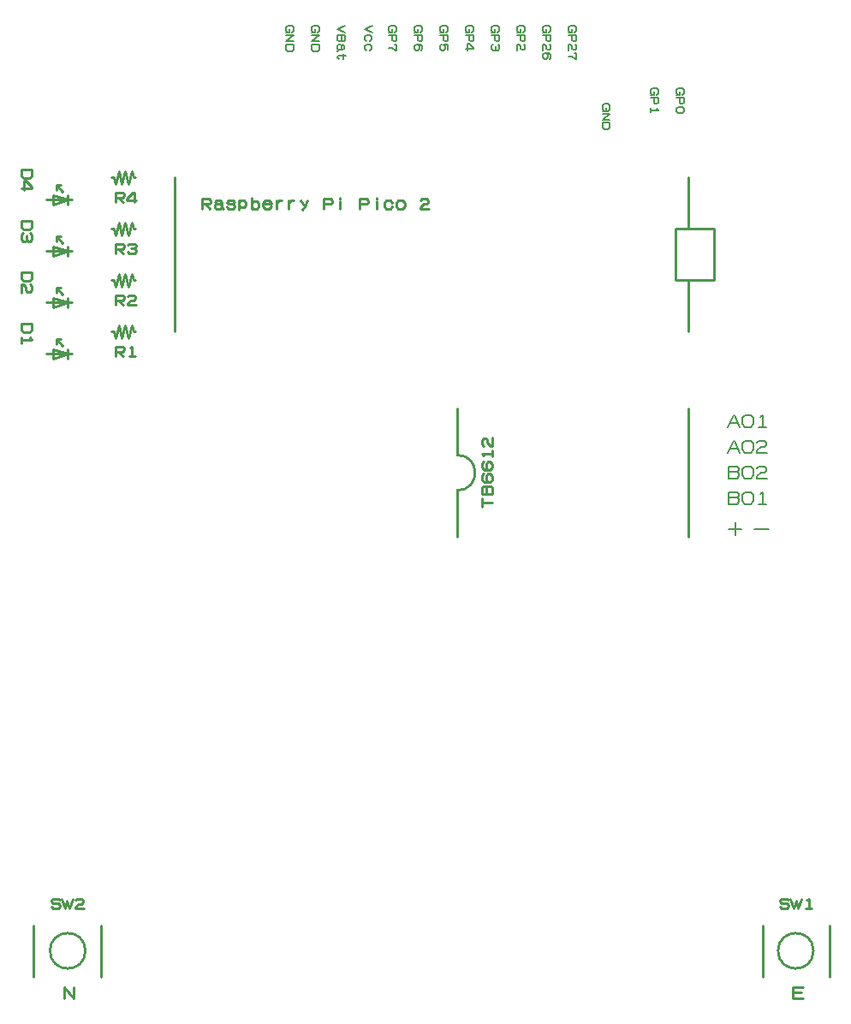
<source format=gto>
G71*G90*G75*D02*
%ASAXBY*OFA0B0*MOMM*FSLAX44Y44*IPPOS*%
%ADD12C,0.200*%
%ADD13C,0.250*%
%ADD25C,0.175*%
G54D13*
G01X1208250Y959510D02*
X1216125D01*
X1217875Y964760D02*
X1208250D01*
Y953385D01*
X1217875D01*
X487530D02*
Y964750D01*
X497155Y953375D01*
Y964750D01*
X508400Y1000400D02*
G02X473400Y1000400I-17500J0D01*
X508400Y1000400I17500J0D01*
G01X1228400D02*
G02X1193400Y1000400I-17500J0D01*
X1228400Y1000400I17500J0D01*
G01X1177930Y1025530D02*
Y974730D01*
X1244600Y1025530D02*
Y974730D01*
X457200Y1025530D02*
Y974730D01*
X523880D02*
Y1025530D01*
X876300Y1455700D02*
G03X876300Y1490700I0J17500D01*
G01Y1536700D01*
Y1409700D02*
Y1455700D01*
X1104900Y1536700D02*
Y1409700D01*
G54D12*
X1144750Y1448450D02*
X1152625D01*
X1154375Y1450200D01*
Y1451950D01*
X1152625Y1453700D01*
X1144750D01*
Y1442325D01*
X1152625D01*
X1154375Y1444075D01*
Y1446700D01*
X1152625Y1448450D01*
X1160500Y1442325D02*
X1157875Y1444950D01*
Y1451075D01*
X1160500Y1453700D01*
X1166625D01*
X1169250Y1451075D01*
Y1444950D01*
X1166625Y1442325D01*
X1160500D01*
X1174500D02*
X1181500D01*
X1178000D02*
Y1453700D01*
X1175375Y1451950D01*
X1144750Y1473850D02*
X1152625D01*
X1154375Y1475600D01*
Y1477350D01*
X1152625Y1479100D01*
X1144750D01*
Y1467725D01*
X1152625D01*
X1154375Y1469475D01*
Y1472100D01*
X1152625Y1473850D01*
X1160500Y1467725D02*
X1157875Y1470350D01*
Y1476475D01*
X1160500Y1479100D01*
X1166625D01*
X1169250Y1476475D01*
Y1470350D01*
X1166625Y1467725D01*
X1160500D01*
X1172750Y1477350D02*
X1174500Y1479100D01*
X1179750D01*
X1181500Y1477350D01*
Y1474725D01*
X1179750Y1472975D01*
X1176250D01*
X1172750Y1469475D01*
Y1467725D01*
X1182375D01*
X1153500Y1496625D02*
X1145625D01*
X1143875Y1493125D02*
X1149125Y1504500D01*
X1150000D01*
X1155250Y1493125D01*
X1160500D02*
X1157875Y1495750D01*
Y1501875D01*
X1160500Y1504500D01*
X1166625D01*
X1169250Y1501875D01*
Y1495750D01*
X1166625Y1493125D01*
X1160500D01*
X1172750Y1502750D02*
X1174500Y1504500D01*
X1179750D01*
X1181500Y1502750D01*
Y1500125D01*
X1179750Y1498375D01*
X1176250D01*
X1172750Y1494875D01*
Y1493125D01*
X1182375D01*
X1153500Y1522025D02*
X1145625D01*
X1143875Y1518525D02*
X1149125Y1529900D01*
X1150000D01*
X1155250Y1518525D01*
X1160500D02*
X1157875Y1521150D01*
Y1527275D01*
X1160500Y1529900D01*
X1166625D01*
X1169250Y1527275D01*
Y1521150D01*
X1166625Y1518525D01*
X1160500D01*
X1174500D02*
X1181500D01*
X1178000D02*
Y1529900D01*
X1175375Y1528150D01*
X1150940Y1411290D02*
Y1423990D01*
X1157290Y1417640D02*
X1144590D01*
X1170000D02*
X1184280D01*
G54D13*
X596900Y1765300D02*
Y1612900D01*
X1092200Y1714500D02*
X1130300D01*
Y1663700D01*
X1092200D01*
Y1714500D01*
X1104900D02*
Y1765300D01*
Y1663700D02*
Y1612900D01*
X1195300Y1043650D02*
X1196800Y1042150D01*
X1202050D01*
X1203550Y1043650D01*
Y1045900D01*
X1202050Y1047400D01*
X1196800D01*
X1195300Y1048900D01*
Y1050400D01*
X1196800Y1051900D01*
X1202050D01*
X1203550Y1050400D01*
X1205800Y1051900D02*
X1208800Y1042150D01*
X1211050Y1049650D01*
X1213300Y1042150D01*
X1216300Y1051900D01*
X1220800Y1042150D02*
X1226800D01*
X1223800D02*
Y1051900D01*
X1221550Y1050400D01*
X474580Y1043650D02*
X476080Y1042150D01*
X481330D01*
X482830Y1043650D01*
Y1045900D01*
X481330Y1047400D01*
X476080D01*
X474580Y1048900D01*
Y1050400D01*
X476080Y1051900D01*
X481330D01*
X482830Y1050400D01*
X485080Y1051900D02*
X488080Y1042150D01*
X490330Y1049650D01*
X492580Y1042150D01*
X495580Y1051900D01*
X498580Y1050400D02*
X500080Y1051900D01*
X504580D01*
X506080Y1050400D01*
Y1048150D01*
X504580Y1046650D01*
X501580D01*
X498580Y1043650D01*
Y1042150D01*
X506830D01*
X910480Y1443530D02*
X900730D01*
Y1439030D02*
Y1448030D01*
X905230Y1451780D02*
Y1458530D01*
X903730Y1460030D01*
X902230D01*
X900730Y1458530D01*
Y1451780D01*
X910480D01*
Y1458530D01*
X908980Y1460030D01*
X906730D01*
X905230Y1458530D01*
X906730Y1463780D02*
X904480Y1466030D01*
Y1469780D01*
X906730Y1472030D01*
X908230D01*
X910480Y1469780D01*
Y1466030D01*
X908230Y1463780D01*
X902980D01*
X900730Y1466030D01*
Y1470530D01*
X902230Y1472030D01*
X906730Y1475780D02*
X904480Y1478030D01*
Y1481780D01*
X906730Y1484030D01*
X908230D01*
X910480Y1481780D01*
Y1478030D01*
X908230Y1475780D01*
X902980D01*
X900730Y1478030D01*
Y1482530D01*
X902230Y1484030D01*
X910480Y1489280D02*
Y1495280D01*
Y1492280D02*
X900730D01*
X902230Y1490030D01*
Y1499780D02*
X900730Y1501280D01*
Y1505780D01*
X902230Y1507280D01*
X904480D01*
X905980Y1505780D01*
Y1502780D01*
X908980Y1499780D01*
X910480D01*
Y1508030D01*
X623800Y1734300D02*
Y1744050D01*
X630550D01*
X632050Y1742550D01*
Y1740300D01*
X630550Y1738800D01*
X623800D01*
X626800D02*
X631300Y1734300D01*
X636550Y1741050D02*
X638050Y1742550D01*
X641800D01*
X643300Y1741050D01*
Y1735800D01*
X644800Y1734300D02*
X643300Y1735800D01*
X641800Y1734300D01*
X637675D01*
X636175Y1735800D01*
Y1737675D01*
X637675Y1739175D01*
X641800D01*
X643300Y1737675D01*
X648550Y1736550D02*
Y1735800D01*
X650050Y1734300D01*
X654550D01*
X656050Y1735800D01*
Y1737300D01*
X654550Y1738800D01*
X649675D01*
X648550Y1739925D01*
Y1741050D01*
X650050Y1742550D01*
X654175D01*
X655675Y1741050D01*
X659800Y1733550D02*
Y1742550D01*
Y1740300D02*
X662050Y1742550D01*
X665050D01*
X667300Y1740300D01*
Y1737675D01*
X665050Y1735425D01*
X662050D01*
X659800Y1737675D01*
X672550Y1734300D02*
Y1744800D01*
Y1739550D02*
X674800Y1741800D01*
X677800D01*
X680050Y1739550D01*
Y1736550D01*
X677800Y1734300D01*
X674800D01*
X672550Y1736550D01*
X683800Y1738800D02*
X692050D01*
Y1740300D01*
X689800Y1742550D01*
X686050D01*
X683800Y1740300D01*
Y1736550D01*
X686050Y1734300D01*
X689800D01*
X692050Y1736550D01*
X697300Y1734300D02*
Y1742550D01*
Y1740300D02*
X699550Y1742550D01*
X702550D01*
X709300Y1734300D02*
Y1742550D01*
Y1740300D02*
X711550Y1742550D01*
X714550D01*
X722425Y1733550D02*
X725050Y1736925D01*
X728050Y1742550D01*
X720925Y1742175D02*
X725050Y1736925D01*
X743800Y1734300D02*
Y1744050D01*
X750550D01*
X752050Y1742550D01*
Y1740300D01*
X750550Y1738800D01*
X743800D01*
X760300Y1734300D02*
Y1741800D01*
Y1743300D02*
Y1744800D01*
X779800Y1734300D02*
Y1744050D01*
X786550D01*
X788050Y1742550D01*
Y1740300D01*
X786550Y1738800D01*
X779800D01*
X796300Y1734300D02*
Y1741800D01*
Y1743300D02*
Y1744800D01*
X812050Y1736550D02*
X809800Y1734300D01*
X806050D01*
X803800Y1736550D01*
Y1740300D01*
X806050Y1742550D01*
X809800D01*
X812050Y1740300D01*
X815800Y1736550D02*
Y1740300D01*
X818050Y1742550D01*
X821800D01*
X824050Y1740300D01*
Y1736550D01*
X821800Y1734300D01*
X818050D01*
X815800Y1736550D01*
X839800Y1742550D02*
X841300Y1744050D01*
X845800D01*
X847300Y1742550D01*
Y1740300D01*
X845800Y1738800D01*
X842800D01*
X839800Y1735800D01*
Y1734300D01*
X848050D01*
X554040Y1619250D02*
X550860Y1606550D01*
X547690Y1619250D01*
X544510Y1606550D01*
X541340Y1619250D01*
X538160Y1606550D01*
X555630Y1612900D02*
X554040Y1619250D01*
X538160Y1606550D02*
X536580Y1612900D01*
X534190D02*
X536580D01*
X558010D02*
X555630D01*
X554040Y1670050D02*
X550860Y1657350D01*
X547690Y1670050D01*
X544510Y1657350D01*
X541340Y1670050D01*
X538160Y1657350D01*
X555630Y1663700D02*
X554040Y1670050D01*
X538160Y1657350D02*
X536580Y1663700D01*
X534190D02*
X536580D01*
X558010D02*
X555630D01*
X554040Y1720850D02*
X550860Y1708150D01*
X547690Y1720850D01*
X544510Y1708150D01*
X541340Y1720850D01*
X538160Y1708150D01*
X555630Y1714500D02*
X554040Y1720850D01*
X538160Y1708150D02*
X536580Y1714500D01*
X534190D02*
X536580D01*
X558010D02*
X555630D01*
X554040Y1771650D02*
X550860Y1758950D01*
X547690Y1771650D01*
X544510Y1758950D01*
X541340Y1771650D01*
X538160Y1758950D01*
X555630Y1765300D02*
X554040Y1771650D01*
X538160Y1758950D02*
X536580Y1765300D01*
X534190D02*
X536580D01*
X558010D02*
X555630D01*
X469900Y1590670D02*
X495300D01*
X476250Y1595430D02*
Y1585910D01*
X490540Y1595430D02*
Y1585910D01*
Y1590670D02*
X476250Y1595430D01*
Y1585910D02*
X490540Y1590670D01*
X479430Y1604960D02*
Y1600190D01*
Y1604960D02*
X485780Y1598610D01*
X479430Y1604960D02*
X484190D01*
X469900Y1641470D02*
X495300D01*
X476250Y1646230D02*
Y1636710D01*
X490540Y1646230D02*
Y1636710D01*
Y1641470D02*
X476250Y1646230D01*
Y1636710D02*
X490540Y1641470D01*
X479430Y1655760D02*
Y1650990D01*
Y1655760D02*
X485780Y1649410D01*
X479430Y1655760D02*
X484190D01*
X469900Y1692270D02*
X495300D01*
X476250Y1697030D02*
Y1687510D01*
X490540Y1697030D02*
Y1687510D01*
Y1692270D02*
X476250Y1697030D01*
Y1687510D02*
X490540Y1692270D01*
X479430Y1706560D02*
Y1701790D01*
Y1706560D02*
X485780Y1700210D01*
X479430Y1706560D02*
X484190D01*
X469900Y1743070D02*
X495300D01*
X476250Y1747830D02*
Y1738310D01*
X490540Y1747830D02*
Y1738310D01*
Y1743070D02*
X476250Y1747830D01*
Y1738310D02*
X490540Y1743070D01*
X479430Y1757360D02*
Y1752590D01*
Y1757360D02*
X485780Y1751010D01*
X479430Y1757360D02*
X484190D01*
X445250Y1773330D02*
Y1766580D01*
X447500Y1764330D01*
X452750D01*
X455000Y1766580D01*
Y1773330D01*
X445250D01*
Y1754580D02*
X455000D01*
Y1756080D01*
X449000Y1762080D01*
X447500D01*
Y1753080D01*
X445250Y1722530D02*
Y1715780D01*
X447500Y1713530D01*
X452750D01*
X455000Y1715780D01*
Y1722530D01*
X445250D01*
X446750Y1710530D02*
X445250Y1709030D01*
Y1703780D01*
X446750Y1702280D01*
X449000D01*
X450500Y1703780D01*
Y1707530D01*
Y1703780D02*
X452000Y1702280D01*
X453500D01*
X455000Y1703780D01*
Y1709030D01*
X453500Y1710530D01*
X445250Y1671730D02*
Y1664980D01*
X447500Y1662730D01*
X452750D01*
X455000Y1664980D01*
Y1671730D01*
X445250D01*
X453500Y1659730D02*
X455000Y1658230D01*
Y1653730D01*
X453500Y1652230D01*
X451250D01*
X449750Y1653730D01*
Y1656730D01*
X446750Y1659730D01*
X445250D01*
Y1651480D01*
Y1620930D02*
Y1614180D01*
X447500Y1611930D01*
X452750D01*
X455000Y1614180D01*
Y1620930D01*
X445250D01*
Y1607430D02*
Y1601430D01*
Y1604430D02*
X455000D01*
X453500Y1606680D01*
X538070Y1588250D02*
Y1598000D01*
X544820D01*
X546320Y1596500D01*
Y1594250D01*
X544820Y1592750D01*
X538070D01*
X541070D02*
X545570Y1588250D01*
X551570D02*
X557570D01*
X554570D02*
Y1598000D01*
X552320Y1596500D01*
X538080Y1639050D02*
Y1648800D01*
X544830D01*
X546330Y1647300D01*
Y1645050D01*
X544830Y1643550D01*
X538080D01*
X541080D02*
X545580Y1639050D01*
X550080Y1647300D02*
X551580Y1648800D01*
X556080D01*
X557580Y1647300D01*
Y1645050D01*
X556080Y1643550D01*
X553080D01*
X550080Y1640550D01*
Y1639050D01*
X558330D01*
X538080Y1689850D02*
Y1699600D01*
X544830D01*
X546330Y1698100D01*
Y1695850D01*
X544830Y1694350D01*
X538080D01*
X541080D02*
X545580Y1689850D01*
X550080Y1691350D02*
X551580Y1689850D01*
X556830D01*
X558330Y1691350D01*
Y1693600D01*
X556830Y1695100D01*
X553080D01*
X556830D02*
X558330Y1696600D01*
Y1698100D01*
X556830Y1699600D01*
X551580D01*
X550080Y1698100D01*
X538080Y1740650D02*
Y1750400D01*
X544830D01*
X546330Y1748900D01*
Y1746650D01*
X544830Y1745150D01*
X538080D01*
X541080D02*
X545580Y1740650D01*
X556830D02*
Y1750400D01*
X555330D01*
X549330Y1744400D01*
Y1742900D01*
X558330D01*
G54D25*
X1070738Y1849700D02*
Y1846325D01*
X1067362D01*
X1069050D02*
X1067362Y1848012D01*
Y1851950D01*
X1069050Y1853638D01*
X1072988D01*
X1074675Y1851950D01*
Y1848012D01*
X1072988Y1846325D01*
X1067362Y1844075D02*
X1074675D01*
Y1839012D01*
X1073550Y1837888D01*
X1071862D01*
X1070738Y1839012D01*
Y1844075D01*
X1067362Y1833950D02*
Y1829450D01*
Y1831700D02*
X1074675D01*
X1073550Y1833388D01*
X1096138Y1849700D02*
Y1846325D01*
X1092762D01*
X1094450D02*
X1092762Y1848012D01*
Y1851950D01*
X1094450Y1853638D01*
X1098388D01*
X1100075Y1851950D01*
Y1848012D01*
X1098388Y1846325D01*
X1092762Y1844075D02*
X1100075D01*
Y1839012D01*
X1098950Y1837888D01*
X1097262D01*
X1096138Y1839012D01*
Y1844075D01*
X1094450Y1835075D02*
X1092762Y1833388D01*
Y1830575D01*
X1094450Y1828887D01*
X1098388D01*
X1100075Y1830575D01*
Y1833388D01*
X1098388Y1835075D01*
X1094450D01*
X1023108Y1833820D02*
Y1830445D01*
X1019732D01*
X1021420D02*
X1019732Y1832132D01*
Y1836070D01*
X1021420Y1837757D01*
X1025357D01*
X1027045Y1836070D01*
Y1832132D01*
X1025357Y1830445D01*
X1019732Y1828195D02*
X1027045D01*
X1019732Y1822008D01*
X1027045D01*
X1019732Y1819195D02*
Y1814132D01*
X1021420Y1812445D01*
X1025357D01*
X1027045Y1814132D01*
Y1819195D01*
X1019732D01*
X837388Y1911630D02*
Y1908255D01*
X834012D01*
X835700D02*
X834012Y1909942D01*
Y1913880D01*
X835700Y1915568D01*
X839638D01*
X841325Y1913880D01*
Y1909942D01*
X839638Y1908255D01*
X834012Y1906005D02*
X841325D01*
Y1900942D01*
X840200Y1899818D01*
X838512D01*
X837388Y1900942D01*
Y1906005D01*
X836825Y1897005D02*
X838512Y1895317D01*
Y1892505D01*
X836825Y1890818D01*
X835700D01*
X834012Y1892505D01*
Y1895317D01*
X835700Y1897005D01*
X839638D01*
X841325Y1895317D01*
Y1891942D01*
X840200Y1890818D01*
X811988Y1911630D02*
Y1908255D01*
X808612D01*
X810300D02*
X808612Y1909942D01*
Y1913880D01*
X810300Y1915568D01*
X814238D01*
X815925Y1913880D01*
Y1909942D01*
X814238Y1908255D01*
X808612Y1906005D02*
X815925D01*
Y1900942D01*
X814800Y1899818D01*
X813112D01*
X811988Y1900942D01*
Y1906005D01*
X808612Y1893630D02*
X811988D01*
X814800Y1890818D01*
X815925D01*
Y1897005D01*
X814238D01*
X862788Y1911630D02*
Y1908255D01*
X859412D01*
X861100D02*
X859412Y1909942D01*
Y1913880D01*
X861100Y1915568D01*
X865038D01*
X866725Y1913880D01*
Y1909942D01*
X865038Y1908255D01*
X859412Y1906005D02*
X866725D01*
Y1900942D01*
X865600Y1899818D01*
X863912D01*
X862788Y1900942D01*
Y1906005D01*
X860537Y1897005D02*
X859412Y1895880D01*
Y1892505D01*
X861100Y1890818D01*
X862225D01*
X863912Y1892505D01*
Y1895317D01*
X862788Y1897005D01*
X866725D01*
Y1891380D01*
X938988Y1911630D02*
Y1908255D01*
X935612D01*
X937300D02*
X935612Y1909942D01*
Y1913880D01*
X937300Y1915568D01*
X941238D01*
X942925Y1913880D01*
Y1909942D01*
X941238Y1908255D01*
X935612Y1906005D02*
X942925D01*
Y1900942D01*
X941800Y1899818D01*
X940112D01*
X938988Y1900942D01*
Y1906005D01*
X941800Y1897005D02*
X942925Y1895880D01*
Y1892505D01*
X941800Y1891380D01*
X940112D01*
X938988Y1892505D01*
Y1894755D01*
X936738Y1897005D01*
X935612D01*
Y1890818D01*
X913588Y1911630D02*
Y1908255D01*
X910212D01*
X911900D02*
X910212Y1909942D01*
Y1913880D01*
X911900Y1915568D01*
X915838D01*
X917525Y1913880D01*
Y1909942D01*
X915838Y1908255D01*
X910212Y1906005D02*
X917525D01*
Y1900942D01*
X916400Y1899818D01*
X914712D01*
X913588Y1900942D01*
Y1906005D01*
X911338Y1897005D02*
X910212Y1895880D01*
Y1891942D01*
X911338Y1890818D01*
X913025D01*
X914150Y1891942D01*
Y1894755D01*
Y1891942D02*
X915275Y1890818D01*
X916400D01*
X917525Y1891942D01*
Y1895880D01*
X916400Y1897005D01*
X888188Y1911630D02*
Y1908255D01*
X884812D01*
X886500D02*
X884812Y1909942D01*
Y1913880D01*
X886500Y1915568D01*
X890438D01*
X892125Y1913880D01*
Y1909942D01*
X890438Y1908255D01*
X884812Y1906005D02*
X892125D01*
Y1900942D01*
X891000Y1899818D01*
X889312D01*
X888188Y1900942D01*
Y1906005D01*
X884812Y1891942D02*
X892125D01*
Y1893068D01*
X887625Y1897568D01*
X886500D01*
Y1890818D01*
X964388Y1911630D02*
Y1908255D01*
X961012D01*
X962700D02*
X961012Y1909942D01*
Y1913880D01*
X962700Y1915568D01*
X966637D01*
X968325Y1913880D01*
Y1909942D01*
X966637Y1908255D01*
X961012Y1906005D02*
X968325D01*
Y1900942D01*
X967200Y1899818D01*
X965512D01*
X964388Y1900942D01*
Y1906005D01*
X967200Y1897005D02*
X968325Y1895880D01*
Y1892505D01*
X967200Y1891380D01*
X965512D01*
X964388Y1892505D01*
Y1894755D01*
X962138Y1897005D01*
X961012D01*
Y1890818D01*
X963825Y1888005D02*
X965512Y1886318D01*
Y1883505D01*
X963825Y1881818D01*
X962700D01*
X961012Y1883505D01*
Y1886318D01*
X962700Y1888005D01*
X966637D01*
X968325Y1886318D01*
Y1882942D01*
X967200Y1881818D01*
G54D12*
X989788Y1911630D02*
Y1908255D01*
X986412D01*
X988100D02*
X986412Y1909942D01*
Y1913880D01*
X988100Y1915568D01*
X992038D01*
X993725Y1913880D01*
Y1909942D01*
X992038Y1908255D01*
X986412Y1906005D02*
X993725D01*
Y1900942D01*
X992600Y1899818D01*
X990912D01*
X989788Y1900942D01*
Y1906005D01*
X992600Y1897005D02*
X993725Y1895880D01*
Y1892505D01*
X992600Y1891380D01*
X990912D01*
X989788Y1892505D01*
Y1894755D01*
X987538Y1897005D01*
X986412D01*
Y1890818D01*
Y1884630D02*
X989788D01*
X992600Y1881818D01*
X993725D01*
Y1888005D01*
X992038D01*
G54D25*
X792105Y1915558D02*
X784792Y1912183D01*
X792105Y1908808D01*
X786480Y1899808D02*
X784792Y1901495D01*
Y1904308D01*
X786480Y1905995D01*
X789292D01*
X790980Y1904308D01*
Y1901495D01*
X789292Y1899808D01*
X786480Y1890808D02*
X784792Y1892495D01*
Y1895308D01*
X786480Y1896995D01*
X789292D01*
X790980Y1895308D01*
Y1892495D01*
X789292Y1890808D01*
X710378Y1911610D02*
Y1908235D01*
X707002D01*
X708690D02*
X707002Y1909923D01*
Y1913860D01*
X708690Y1915548D01*
X712628D01*
X714315Y1913860D01*
Y1909923D01*
X712628Y1908235D01*
X707002Y1905985D02*
X714315D01*
X707002Y1899798D01*
X714315D01*
X707002Y1896985D02*
Y1891922D01*
X708690Y1890235D01*
X712628D01*
X714315Y1891922D01*
Y1896985D01*
X707002D01*
X735788Y1911610D02*
Y1908235D01*
X732412D01*
X734100D02*
X732412Y1909923D01*
Y1913860D01*
X734100Y1915548D01*
X738037D01*
X739725Y1913860D01*
Y1909923D01*
X738037Y1908235D01*
X732412Y1905985D02*
X739725D01*
X732412Y1899798D01*
X739725D01*
X732412Y1896985D02*
Y1891922D01*
X734100Y1890235D01*
X738037D01*
X739725Y1891922D01*
Y1896985D01*
X732412D01*
X765115Y1915548D02*
X757802Y1912172D01*
X765115Y1908798D01*
X761740Y1905985D02*
Y1900922D01*
X762865Y1899798D01*
X763990D01*
X765115Y1900922D01*
Y1905985D01*
X757802D01*
Y1900922D01*
X758928Y1899798D01*
X760615D01*
X761740Y1900922D01*
X762865Y1896422D02*
X763990Y1895298D01*
Y1892485D01*
X762865Y1891360D01*
X758928D01*
X757802Y1890235D02*
X758928Y1891360D01*
X757802Y1892485D01*
Y1895579D01*
X758928Y1896704D01*
X760334D01*
X761459Y1895579D01*
Y1892485D01*
X760334Y1891360D01*
X758928Y1882360D02*
X757802Y1883485D01*
Y1884610D01*
X758928Y1885735D01*
X765678D01*
X763428Y1887423D02*
Y1882360D01*
G01X0Y0D02*
M02*

</source>
